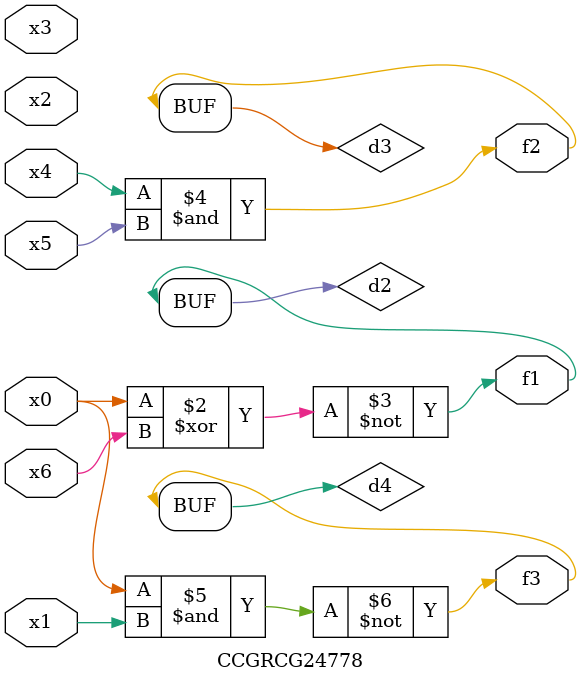
<source format=v>
module CCGRCG24778(
	input x0, x1, x2, x3, x4, x5, x6,
	output f1, f2, f3
);

	wire d1, d2, d3, d4;

	nor (d1, x0);
	xnor (d2, x0, x6);
	and (d3, x4, x5);
	nand (d4, x0, x1);
	assign f1 = d2;
	assign f2 = d3;
	assign f3 = d4;
endmodule

</source>
